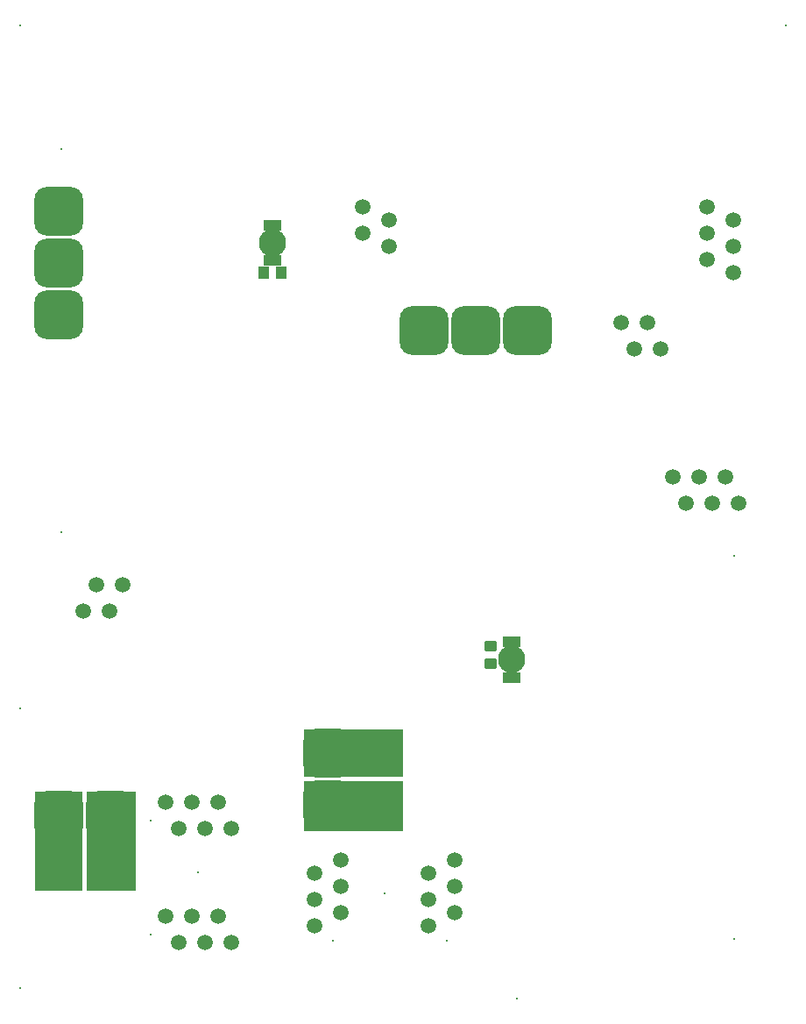
<source format=gbs>
G04*
G04 #@! TF.GenerationSoftware,Altium Limited,Altium Designer,18.1.7 (191)*
G04*
G04 Layer_Color=16711935*
%FSLAX43Y43*%
%MOMM*%
G71*
G01*
G75*
G04:AMPARAMS|DCode=32|XSize=1.2mm|YSize=1.1mm|CornerRadius=0.213mm|HoleSize=0mm|Usage=FLASHONLY|Rotation=90.000|XOffset=0mm|YOffset=0mm|HoleType=Round|Shape=RoundedRectangle|*
%AMROUNDEDRECTD32*
21,1,1.200,0.675,0,0,90.0*
21,1,0.775,1.100,0,0,90.0*
1,1,0.425,0.338,0.388*
1,1,0.425,0.338,-0.388*
1,1,0.425,-0.338,-0.388*
1,1,0.425,-0.338,0.388*
%
%ADD32ROUNDEDRECTD32*%
%ADD36C,0.203*%
%ADD37C,0.200*%
%ADD38C,1.500*%
G04:AMPARAMS|DCode=39|XSize=4.7mm|YSize=4.7mm|CornerRadius=1.225mm|HoleSize=0mm|Usage=FLASHONLY|Rotation=180.000|XOffset=0mm|YOffset=0mm|HoleType=Round|Shape=RoundedRectangle|*
%AMROUNDEDRECTD39*
21,1,4.700,2.250,0,0,180.0*
21,1,2.250,4.700,0,0,180.0*
1,1,2.450,-1.125,1.125*
1,1,2.450,1.125,1.125*
1,1,2.450,1.125,-1.125*
1,1,2.450,-1.125,-1.125*
%
%ADD39ROUNDEDRECTD39*%
%ADD40C,2.640*%
G04:AMPARAMS|DCode=41|XSize=4.7mm|YSize=4.7mm|CornerRadius=1.225mm|HoleSize=0mm|Usage=FLASHONLY|Rotation=90.000|XOffset=0mm|YOffset=0mm|HoleType=Round|Shape=RoundedRectangle|*
%AMROUNDEDRECTD41*
21,1,4.700,2.250,0,0,90.0*
21,1,2.250,4.700,0,0,90.0*
1,1,2.450,1.125,1.125*
1,1,2.450,1.125,-1.125*
1,1,2.450,-1.125,-1.125*
1,1,2.450,-1.125,1.125*
%
%ADD41ROUNDEDRECTD41*%
%ADD42R,1.800X1.000*%
G04:AMPARAMS|DCode=43|XSize=1.2mm|YSize=1.1mm|CornerRadius=0.213mm|HoleSize=0mm|Usage=FLASHONLY|Rotation=360.000|XOffset=0mm|YOffset=0mm|HoleType=Round|Shape=RoundedRectangle|*
%AMROUNDEDRECTD43*
21,1,1.200,0.675,0,0,360.0*
21,1,0.775,1.100,0,0,360.0*
1,1,0.425,0.388,-0.338*
1,1,0.425,-0.388,-0.338*
1,1,0.425,-0.388,0.338*
1,1,0.425,0.388,0.338*
%
%ADD43ROUNDEDRECTD43*%
G36*
X39996Y23400D02*
X30404D01*
Y27996D01*
X39996D01*
Y23400D01*
D02*
G37*
G36*
Y18200D02*
X39996Y18200D01*
X30404D01*
Y23000D01*
X39996D01*
Y18200D01*
D02*
G37*
G36*
X14200Y12404D02*
X14200Y12404D01*
X9400D01*
Y21996D01*
X14200D01*
Y12404D01*
D02*
G37*
G36*
X9000Y12404D02*
X4404D01*
Y21996D01*
X9000D01*
Y12404D01*
D02*
G37*
D32*
X26550Y72125D02*
D03*
X28250D02*
D03*
D36*
X3000Y30000D02*
D03*
Y96000D02*
D03*
X77000D02*
D03*
X51000Y2000D02*
D03*
X3000Y3000D02*
D03*
D37*
X71958Y7745D02*
D03*
Y44745D02*
D03*
X7000Y84000D02*
D03*
Y47000D02*
D03*
X15620Y8170D02*
D03*
Y19170D02*
D03*
X20200Y14200D02*
D03*
X44230Y7620D02*
D03*
X33230D02*
D03*
X38200Y12200D02*
D03*
D38*
X66053Y52345D02*
D03*
X67323Y49805D02*
D03*
X68593Y52345D02*
D03*
X69863Y49805D02*
D03*
X71133Y52345D02*
D03*
X72403Y49805D02*
D03*
X12905Y41940D02*
D03*
X11635Y39400D02*
D03*
X10365Y41940D02*
D03*
X9095Y39400D02*
D03*
X61100Y67315D02*
D03*
X62370Y64775D02*
D03*
X63640Y67315D02*
D03*
X64910Y64775D02*
D03*
X71890Y72095D02*
D03*
X69350Y73365D02*
D03*
X71890Y74635D02*
D03*
X69350Y75905D02*
D03*
X71890Y77175D02*
D03*
X69350Y78445D02*
D03*
X38650Y74635D02*
D03*
X36110Y75905D02*
D03*
X38650Y77175D02*
D03*
X36110Y78445D02*
D03*
X23370Y7430D02*
D03*
X22100Y9970D02*
D03*
X20830Y7430D02*
D03*
X19560Y9970D02*
D03*
X18290Y7430D02*
D03*
X17020Y9970D02*
D03*
X23370Y18430D02*
D03*
X22100Y20970D02*
D03*
X20830Y18430D02*
D03*
X19560Y20970D02*
D03*
X18290Y18430D02*
D03*
X17020Y20970D02*
D03*
X44970Y15370D02*
D03*
X42430Y14100D02*
D03*
X44970Y12830D02*
D03*
X42430Y11560D02*
D03*
X44970Y10290D02*
D03*
X42430Y9020D02*
D03*
X33970Y15370D02*
D03*
X31430Y14100D02*
D03*
X33970Y12830D02*
D03*
X31430Y11560D02*
D03*
X33970Y10290D02*
D03*
X31430Y9020D02*
D03*
D39*
X6707Y68000D02*
D03*
Y73000D02*
D03*
Y78000D02*
D03*
X52000Y66545D02*
D03*
X42000D02*
D03*
X47000D02*
D03*
X11700Y19700D02*
D03*
X6700D02*
D03*
D40*
X27400Y75000D02*
D03*
X50500Y34725D02*
D03*
D41*
X32700Y20700D02*
D03*
Y25700D02*
D03*
D42*
X27400Y76700D02*
D03*
Y73300D02*
D03*
X50500Y33025D02*
D03*
Y36425D02*
D03*
D43*
X48450Y34375D02*
D03*
Y36075D02*
D03*
M02*

</source>
